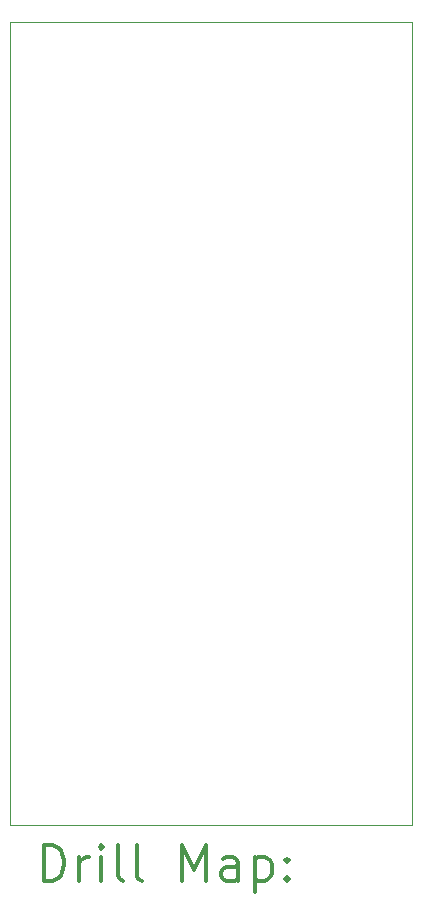
<source format=gbr>
%FSLAX45Y45*%
G04 Gerber Fmt 4.5, Leading zero omitted, Abs format (unit mm)*
G04 Created by KiCad (PCBNEW 5.1.10) date 2021-06-02 01:10:15*
%MOMM*%
%LPD*%
G01*
G04 APERTURE LIST*
%TA.AperFunction,Profile*%
%ADD10C,0.050000*%
%TD*%
%ADD11C,0.200000*%
%ADD12C,0.300000*%
G04 APERTURE END LIST*
D10*
X5200000Y-4500000D02*
X8600000Y-4500000D01*
X8600000Y-11300000D02*
X8600000Y-4500000D01*
X5200000Y-11300000D02*
X8600000Y-11300000D01*
X5200000Y-4500000D02*
X5200000Y-11300000D01*
D11*
D12*
X5483928Y-11768214D02*
X5483928Y-11468214D01*
X5555357Y-11468214D01*
X5598214Y-11482500D01*
X5626786Y-11511071D01*
X5641071Y-11539643D01*
X5655357Y-11596786D01*
X5655357Y-11639643D01*
X5641071Y-11696786D01*
X5626786Y-11725357D01*
X5598214Y-11753929D01*
X5555357Y-11768214D01*
X5483928Y-11768214D01*
X5783928Y-11768214D02*
X5783928Y-11568214D01*
X5783928Y-11625357D02*
X5798214Y-11596786D01*
X5812500Y-11582500D01*
X5841071Y-11568214D01*
X5869643Y-11568214D01*
X5969643Y-11768214D02*
X5969643Y-11568214D01*
X5969643Y-11468214D02*
X5955357Y-11482500D01*
X5969643Y-11496786D01*
X5983928Y-11482500D01*
X5969643Y-11468214D01*
X5969643Y-11496786D01*
X6155357Y-11768214D02*
X6126786Y-11753929D01*
X6112500Y-11725357D01*
X6112500Y-11468214D01*
X6312500Y-11768214D02*
X6283928Y-11753929D01*
X6269643Y-11725357D01*
X6269643Y-11468214D01*
X6655357Y-11768214D02*
X6655357Y-11468214D01*
X6755357Y-11682500D01*
X6855357Y-11468214D01*
X6855357Y-11768214D01*
X7126786Y-11768214D02*
X7126786Y-11611071D01*
X7112500Y-11582500D01*
X7083928Y-11568214D01*
X7026786Y-11568214D01*
X6998214Y-11582500D01*
X7126786Y-11753929D02*
X7098214Y-11768214D01*
X7026786Y-11768214D01*
X6998214Y-11753929D01*
X6983928Y-11725357D01*
X6983928Y-11696786D01*
X6998214Y-11668214D01*
X7026786Y-11653929D01*
X7098214Y-11653929D01*
X7126786Y-11639643D01*
X7269643Y-11568214D02*
X7269643Y-11868214D01*
X7269643Y-11582500D02*
X7298214Y-11568214D01*
X7355357Y-11568214D01*
X7383928Y-11582500D01*
X7398214Y-11596786D01*
X7412500Y-11625357D01*
X7412500Y-11711071D01*
X7398214Y-11739643D01*
X7383928Y-11753929D01*
X7355357Y-11768214D01*
X7298214Y-11768214D01*
X7269643Y-11753929D01*
X7541071Y-11739643D02*
X7555357Y-11753929D01*
X7541071Y-11768214D01*
X7526786Y-11753929D01*
X7541071Y-11739643D01*
X7541071Y-11768214D01*
X7541071Y-11582500D02*
X7555357Y-11596786D01*
X7541071Y-11611071D01*
X7526786Y-11596786D01*
X7541071Y-11582500D01*
X7541071Y-11611071D01*
M02*

</source>
